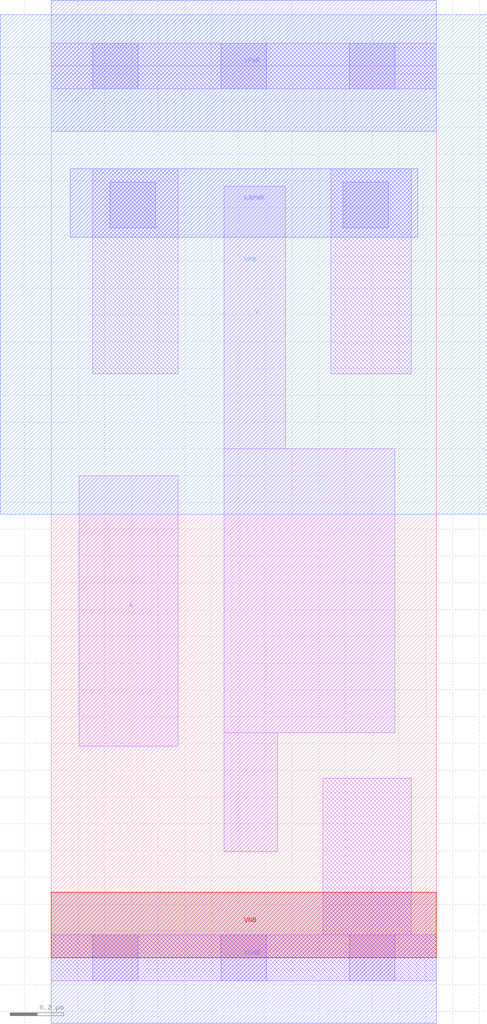
<source format=lef>
# Copyright 2020 The SkyWater PDK Authors
#
# Licensed under the Apache License, Version 2.0 (the "License");
# you may not use this file except in compliance with the License.
# You may obtain a copy of the License at
#
#     https://www.apache.org/licenses/LICENSE-2.0
#
# Unless required by applicable law or agreed to in writing, software
# distributed under the License is distributed on an "AS IS" BASIS,
# WITHOUT WARRANTIES OR CONDITIONS OF ANY KIND, either express or implied.
# See the License for the specific language governing permissions and
# limitations under the License.
#
# SPDX-License-Identifier: Apache-2.0

VERSION 5.7 ;
  NOWIREEXTENSIONATPIN ON ;
  DIVIDERCHAR "/" ;
  BUSBITCHARS "[]" ;
MACRO sky130_fd_sc_lp__invkapwr_1
  CLASS CORE ;
  FOREIGN sky130_fd_sc_lp__invkapwr_1 ;
  ORIGIN  0.000000  0.000000 ;
  SIZE  1.440000 BY  3.330000 ;
  SYMMETRY X Y ;
  SITE unit ;
  PIN A
    ANTENNAGATEAREA  0.315000 ;
    DIRECTION INPUT ;
    USE SIGNAL ;
    PORT
      LAYER li1 ;
        RECT 0.105000 0.790000 0.475000 1.800000 ;
    END
  END A
  PIN Y
    ANTENNADIFFAREA  0.346500 ;
    DIRECTION OUTPUT ;
    USE SIGNAL ;
    PORT
      LAYER li1 ;
        RECT 0.645000 0.395000 0.845000 0.840000 ;
        RECT 0.645000 0.840000 1.285000 1.900000 ;
        RECT 0.645000 1.900000 0.875000 2.880000 ;
    END
  END Y
  PIN KAPWR
    DIRECTION INOUT ;
    USE POWER ;
    PORT
      LAYER met1 ;
        RECT 0.070000 2.690000 1.370000 2.945000 ;
    END
  END KAPWR
  PIN VGND
    DIRECTION INOUT ;
    USE GROUND ;
    PORT
      LAYER met1 ;
        RECT 0.000000 -0.245000 1.440000 0.245000 ;
    END
  END VGND
  PIN VNB
    DIRECTION INOUT ;
    USE GROUND ;
    PORT
      LAYER pwell ;
        RECT 0.000000 0.000000 1.440000 0.245000 ;
    END
  END VNB
  PIN VPB
    DIRECTION INOUT ;
    USE POWER ;
    PORT
      LAYER nwell ;
        RECT -0.190000 1.655000 1.630000 3.520000 ;
    END
  END VPB
  PIN VPWR
    DIRECTION INOUT ;
    USE POWER ;
    PORT
      LAYER met1 ;
        RECT 0.000000 3.085000 1.440000 3.575000 ;
    END
  END VPWR
  OBS
    LAYER li1 ;
      RECT 0.000000 -0.085000 1.440000 0.085000 ;
      RECT 0.000000  3.245000 1.440000 3.415000 ;
      RECT 0.155000  2.180000 0.475000 2.945000 ;
      RECT 1.015000  0.085000 1.345000 0.670000 ;
      RECT 1.045000  2.180000 1.345000 2.945000 ;
    LAYER mcon ;
      RECT 0.155000 -0.085000 0.325000 0.085000 ;
      RECT 0.155000  3.245000 0.325000 3.415000 ;
      RECT 0.220000  2.725000 0.390000 2.895000 ;
      RECT 0.635000 -0.085000 0.805000 0.085000 ;
      RECT 0.635000  3.245000 0.805000 3.415000 ;
      RECT 1.090000  2.725000 1.260000 2.895000 ;
      RECT 1.115000 -0.085000 1.285000 0.085000 ;
      RECT 1.115000  3.245000 1.285000 3.415000 ;
  END
END sky130_fd_sc_lp__invkapwr_1
END LIBRARY

</source>
